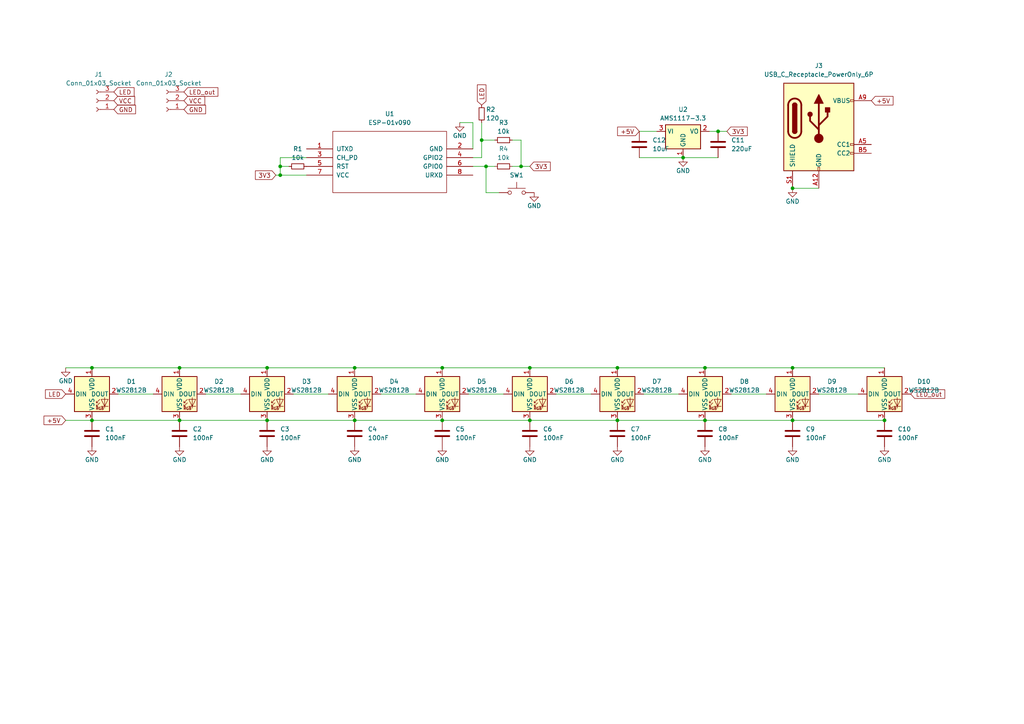
<source format=kicad_sch>
(kicad_sch (version 20230121) (generator eeschema)
  (paper "A4")
  (lib_symbols
    (symbol "Connector:Conn_01x03_Socket" (pin_names (offset 1.016) hide)
      (property "Reference" "J" (at 0 5.08 0))
      (property "Value" "Conn_01x03_Socket" (at 0 -5.08 0))
      (symbol "Conn_01x03_Socket_1_1"
        (arc (start 0 -2.032) (mid -0.5058 -2.54) (end 0 -3.048) (stroke (width 0.1524)))
        (polyline (pts (xy -1.27 -2.54) (xy -0.508 -2.54)) (stroke (width 0.1524)))
        (polyline (pts (xy -1.27 0) (xy -0.508 0)) (stroke (width 0.1524)))
        (polyline (pts (xy -1.27 2.54) (xy -0.508 2.54)) (stroke (width 0.1524)))
        (arc (start 0 0.508) (mid -0.5058 0) (end 0 -0.508) (stroke (width 0.1524)))
        (arc (start 0 3.048) (mid -0.5058 2.54) (end 0 2.032) (stroke (width 0.1524)))
        (pin passive line (at -5.08 2.54 0) (length 3.81) (name "Pin_1") (number "1"))
        (pin passive line (at -5.08 0 0) (length 3.81) (name "Pin_2") (number "2"))
        (pin passive line (at -5.08 -2.54 0) (length 3.81) (name "Pin_3") (number "3"))
      )
    )
    (symbol "Connector:USB_C_Receptacle_PowerOnly_6P" (pin_names (offset 1.016))
      (property "Reference" "J" (at 0 16.51 0))
      (property "Value" "USB_C_Receptacle_PowerOnly_6P" (at 0 13.97 0))
      (symbol "USB_C_Receptacle_PowerOnly_6P_0_0"
        (rectangle (start -0.254 -12.7) (end 0.254 -11.684))
        (rectangle (start 10.16 -7.366) (end 9.144 -7.874))
        (rectangle (start 10.16 -4.826) (end 9.144 -5.334))
        (rectangle (start 10.16 7.874) (end 9.144 7.366))
      )
      (symbol "USB_C_Receptacle_PowerOnly_6P_0_1"
        (rectangle (start -10.16 12.7) (end 10.16 -12.7) (stroke (width 0.254)) (fill (type background)))
        (arc (start -8.89 -1.27) (mid -6.985 -3.1667) (end -5.08 -1.27) (stroke (width 0.508)))
        (arc (start -7.62 -1.27) (mid -6.985 -1.9023) (end -6.35 -1.27) (stroke (width 0.254)))
        (arc (start -7.62 -1.27) (mid -6.985 -1.9023) (end -6.35 -1.27) (stroke (width 0.254)) (fill (type outline)))
        (rectangle (start -7.62 -1.27) (end -6.35 6.35) (stroke (width 0.254)) (fill (type outline)))
        (arc (start -6.35 6.35) (mid -6.985 6.9823) (end -7.62 6.35) (stroke (width 0.254)))
        (arc (start -6.35 6.35) (mid -6.985 6.9823) (end -7.62 6.35) (stroke (width 0.254)) (fill (type outline)))
        (arc (start -5.08 6.35) (mid -6.985 8.2467) (end -8.89 6.35) (stroke (width 0.508)))
        (circle (center -2.54 3.683) (radius 0.635) (stroke (width 0.254)) (fill (type outline)))
        (circle (center 0 -3.302) (radius 1.27) (fill (type outline)))
        (polyline (pts (xy -8.89 -1.27) (xy -8.89 6.35)) (stroke (width 0.508)))
        (polyline (pts (xy -5.08 6.35) (xy -5.08 -1.27)) (stroke (width 0.508)))
        (polyline (pts (xy 0 -3.302) (xy 0 6.858)) (stroke (width 0.508)))
        (polyline (pts (xy 0 -0.762) (xy -2.54 1.778) (xy -2.54 3.048)) (stroke (width 0.508)))
        (polyline (pts (xy 0 0.508) (xy 2.54 3.048) (xy 2.54 4.318)) (stroke (width 0.508)))
        (polyline (pts (xy -1.27 6.858) (xy 0 9.398) (xy 1.27 6.858) (xy -1.27 6.858)) (stroke (width 0.254)) (fill (type outline)))
        (rectangle (start 1.905 4.318) (end 3.175 5.588) (stroke (width 0.254)) (fill (type outline)))
      )
      (symbol "USB_C_Receptacle_PowerOnly_6P_1_1"
        (pin passive line (at 0 -17.78 90) (length 5.08) (name "GND") (number "A12"))
        (pin bidirectional line (at 15.24 -5.08 180) (length 5.08) (name "CC1") (number "A5"))
        (pin passive line (at 15.24 7.62 180) (length 5.08) (name "VBUS") (number "A9"))
        (pin passive line (at 0 -17.78 90) (length 5.08) hide (name "GND") (number "B12"))
        (pin bidirectional line (at 15.24 -7.62 180) (length 5.08) (name "CC2") (number "B5"))
        (pin passive line (at 15.24 7.62 180) (length 5.08) hide (name "VBUS") (number "B9"))
        (pin passive line (at -7.62 -17.78 90) (length 5.08) (name "SHIELD") (number "S1"))
      )
    )
    (symbol "Device:C" (pin_numbers hide) (pin_names (offset 0.254))
      (property "Reference" "C" (at 0.635 2.54 0))
      (property "Value" "C" (at 0.635 -2.54 0))
      (symbol "C_0_1"
        (polyline (pts (xy -2.032 -0.762) (xy 2.032 -0.762)) (stroke (width 0.508)))
        (polyline (pts (xy -2.032 0.762) (xy 2.032 0.762)) (stroke (width 0.508)))
      )
      (symbol "C_1_1"
        (pin passive line (at 0 3.81 270) (length 2.794) (name "~") (number "1"))
        (pin passive line (at 0 -3.81 90) (length 2.794) (name "~") (number "2"))
      )
    )
    (symbol "Device:R_Small" (pin_numbers hide) (pin_names (offset 0.254) hide)
      (property "Reference" "R" (at 0.762 0.508 0))
      (property "Value" "R_Small" (at 0.762 -1.016 0))
      (symbol "R_Small_0_1"
        (rectangle (start -0.762 1.778) (end 0.762 -1.778) (stroke (width 0.2032)))
      )
      (symbol "R_Small_1_1"
        (pin passive line (at 0 2.54 270) (length 0.762) (name "~") (number "1"))
        (pin passive line (at 0 -2.54 90) (length 0.762) (name "~") (number "2"))
      )
    )
    (symbol "ESP8266:ESP-01v090" (pin_names (offset 1.016))
      (property "Reference" "U" (at 0 -2.54 0))
      (property "Value" "ESP-01v090" (at 0 2.54 0))
      (symbol "ESP-01v090_1_0"
        (rectangle (start -16.51 -8.89) (end 16.51 8.89))
      )
      (symbol "ESP-01v090_1_1"
        (pin output line (at -24.13 3.81 0) (length 7.62) (name "UTXD") (number "1"))
        (pin power_in line (at 24.13 3.81 180) (length 7.62) (name "GND") (number "2"))
        (pin input line (at -24.13 1.27 0) (length 7.62) (name "CH_PD") (number "3"))
        (pin tri_state line (at 24.13 1.27 180) (length 7.62) (name "GPIO2") (number "4"))
        (pin input line (at -24.13 -1.27 0) (length 7.62) (name "RST") (number "5"))
        (pin tri_state line (at 24.13 -1.27 180) (length 7.62) (name "GPIO0") (number "6"))
        (pin power_in line (at -24.13 -3.81 0) (length 7.62) (name "VCC") (number "7"))
        (pin input line (at 24.13 -3.81 180) (length 7.62) (name "URXD") (number "8"))
      )
    )
    (symbol "LED:WS2812B" (pin_names (offset 0.254))
      (property "Reference" "D" (at 5.08 5.715 0))
      (property "Value" "WS2812B" (at 1.27 -5.715 0))
      (symbol "WS2812B_0_0"
        (text "RGB" (at 2.286 -4.191 0) (effects (font (size 0.762 0.762))))
      )
      (symbol "WS2812B_0_1"
        (polyline (pts (xy 1.27 -3.556) (xy 1.778 -3.556)))
        (polyline (pts (xy 1.27 -2.54) (xy 1.778 -2.54)))
        (polyline (pts (xy 4.699 -3.556) (xy 2.667 -3.556)))
        (polyline (pts (xy 2.286 -2.54) (xy 1.27 -3.556) (xy 1.27 -3.048)))
        (polyline (pts (xy 2.286 -1.524) (xy 1.27 -2.54) (xy 1.27 -2.032)))
        (polyline (pts (xy 3.683 -1.016) (xy 3.683 -3.556) (xy 3.683 -4.064)))
        (polyline (pts (xy 4.699 -1.524) (xy 2.667 -1.524) (xy 3.683 -3.556) (xy 4.699 -1.524)))
        (rectangle (start 5.08 5.08) (end -5.08 -5.08) (stroke (width 0.254)) (fill (type background)))
      )
      (symbol "WS2812B_1_1"
        (pin power_in line (at 0 7.62 270) (length 2.54) (name "VDD") (number "1"))
        (pin output line (at 7.62 0 180) (length 2.54) (name "DOUT") (number "2"))
        (pin power_in line (at 0 -7.62 90) (length 2.54) (name "VSS") (number "3"))
        (pin input line (at -7.62 0 0) (length 2.54) (name "DIN") (number "4"))
      )
    )
    (symbol "Regulator_Linear:AMS1117-3.3"
      (property "Reference" "U" (at -3.81 3.175 0))
      (property "Value" "AMS1117-3.3" (at 0 3.175 0))
      (symbol "AMS1117-3.3_0_1"
        (rectangle (start -5.08 -5.08) (end 5.08 1.905) (stroke (width 0.254)) (fill (type background)))
      )
      (symbol "AMS1117-3.3_1_1"
        (pin power_in line (at 0 -7.62 90) (length 2.54) (name "GND") (number "1"))
        (pin power_out line (at 7.62 0 180) (length 2.54) (name "VO") (number "2"))
        (pin power_in line (at -7.62 0 0) (length 2.54) (name "VI") (number "3"))
      )
    )
    (symbol "Switch:SW_Push" (pin_numbers hide) (pin_names (offset 1.016) hide)
      (property "Reference" "SW" (at 1.27 2.54 0))
      (property "Value" "SW_Push" (at 0 -1.524 0))
      (symbol "SW_Push_0_1"
        (circle (center -2.032 0) (radius 0.508))
        (polyline (pts (xy 0 1.27) (xy 0 3.048)))
        (polyline (pts (xy 2.54 1.27) (xy -2.54 1.27)))
        (circle (center 2.032 0) (radius 0.508))
        (pin passive line (at -5.08 0 0) (length 2.54) (name "1") (number "1"))
        (pin passive line (at 5.08 0 180) (length 2.54) (name "2") (number "2"))
      )
    )
    (symbol "power:GND" (power) (pin_names (offset 0))
      (property "Value" "GND" (at 0 -3.81 0))
      (symbol "GND_0_1"
        (polyline (pts (xy 0 0) (xy 0 -1.27) (xy 1.27 -1.27) (xy 0 -2.54) (xy -1.27 -1.27) (xy 0 -1.27)))
      )
      (symbol "GND_1_1"
        (pin power_in line (at 0 0 270) (length 0) hide (name "GND") (number "1"))
      )
    )
  )
  (junction (at 52.07 106.68))
  (junction (at 81.28 50.8))
  (junction (at 153.67 106.68))
  (junction (at 179.07 121.92))
  (junction (at 81.28 48.26))
  (junction (at 151.13 48.26))
  (junction (at 102.87 106.68))
  (junction (at 229.87 106.68))
  (junction (at 179.07 106.68))
  (junction (at 128.27 106.68))
  (junction (at 52.07 121.92))
  (junction (at 77.47 121.92))
  (junction (at 208.28 38.1))
  (junction (at 26.67 121.92))
  (junction (at 198.12 45.72))
  (junction (at 204.47 121.92))
  (junction (at 26.67 106.68))
  (junction (at 77.47 106.68))
  (junction (at 229.87 54.61))
  (junction (at 139.7 40.64))
  (junction (at 204.47 106.68))
  (junction (at 102.87 121.92))
  (junction (at 128.27 121.92))
  (junction (at 256.54 121.92))
  (junction (at 229.87 121.92))
  (junction (at 140.97 48.26))
  (junction (at 153.67 121.92))
  (wire (pts (xy 26.67 106.68) (xy 52.07 106.68)))
  (wire (pts (xy 34.29 114.3) (xy 44.45 114.3)))
  (wire (pts (xy 151.13 48.26) (xy 153.67 48.26)))
  (wire (pts (xy 148.59 40.64) (xy 151.13 40.64)))
  (wire (pts (xy 102.87 106.68) (xy 128.27 106.68)))
  (wire (pts (xy 153.67 121.92) (xy 179.07 121.92)))
  (wire (pts (xy 81.28 48.26) (xy 83.82 48.26)))
  (wire (pts (xy 77.47 106.68) (xy 102.87 106.68)))
  (wire (pts (xy 139.7 45.72) (xy 137.16 45.72)))
  (wire (pts (xy 137.16 35.56) (xy 137.16 43.18)))
  (wire (pts (xy 139.7 40.64) (xy 143.51 40.64)))
  (wire (pts (xy 212.09 114.3) (xy 222.25 114.3)))
  (wire (pts (xy 128.27 121.92) (xy 153.67 121.92)))
  (wire (pts (xy 204.47 121.92) (xy 229.87 121.92)))
  (wire (pts (xy 229.87 121.92) (xy 256.54 121.92)))
  (wire (pts (xy 186.69 114.3) (xy 196.85 114.3)))
  (wire (pts (xy 153.67 106.68) (xy 179.07 106.68)))
  (wire (pts (xy 135.89 114.3) (xy 146.05 114.3)))
  (wire (pts (xy 110.49 114.3) (xy 120.65 114.3)))
  (wire (pts (xy 102.87 121.92) (xy 128.27 121.92)))
  (wire (pts (xy 210.82 38.1) (xy 208.28 38.1)))
  (wire (pts (xy 151.13 48.26) (xy 148.59 48.26)))
  (wire (pts (xy 140.97 55.88) (xy 144.78 55.88)))
  (wire (pts (xy 77.47 121.92) (xy 102.87 121.92)))
  (wire (pts (xy 139.7 35.56) (xy 139.7 40.64)))
  (wire (pts (xy 81.28 45.72) (xy 88.9 45.72)))
  (wire (pts (xy 139.7 40.64) (xy 139.7 45.72)))
  (wire (pts (xy 19.05 106.68) (xy 26.67 106.68)))
  (wire (pts (xy 52.07 121.92) (xy 77.47 121.92)))
  (wire (pts (xy 161.29 114.3) (xy 171.45 114.3)))
  (wire (pts (xy 81.28 50.8) (xy 88.9 50.8)))
  (wire (pts (xy 204.47 106.68) (xy 229.87 106.68)))
  (wire (pts (xy 237.49 114.3) (xy 248.92 114.3)))
  (wire (pts (xy 140.97 48.26) (xy 143.51 48.26)))
  (wire (pts (xy 81.28 48.26) (xy 81.28 45.72)))
  (wire (pts (xy 179.07 106.68) (xy 204.47 106.68)))
  (wire (pts (xy 128.27 106.68) (xy 153.67 106.68)))
  (wire (pts (xy 140.97 48.26) (xy 140.97 55.88)))
  (wire (pts (xy 151.13 40.64) (xy 151.13 48.26)))
  (wire (pts (xy 185.42 38.1) (xy 190.5 38.1)))
  (wire (pts (xy 133.35 35.56) (xy 137.16 35.56)))
  (wire (pts (xy 80.01 50.8) (xy 81.28 50.8)))
  (wire (pts (xy 81.28 50.8) (xy 81.28 48.26)))
  (wire (pts (xy 19.05 121.92) (xy 26.67 121.92)))
  (wire (pts (xy 229.87 54.61) (xy 237.49 54.61)))
  (wire (pts (xy 185.42 45.72) (xy 198.12 45.72)))
  (wire (pts (xy 59.69 114.3) (xy 69.85 114.3)))
  (wire (pts (xy 85.09 114.3) (xy 95.25 114.3)))
  (wire (pts (xy 179.07 121.92) (xy 204.47 121.92)))
  (wire (pts (xy 208.28 38.1) (xy 205.74 38.1)))
  (wire (pts (xy 229.87 106.68) (xy 256.54 106.68)))
  (wire (pts (xy 198.12 45.72) (xy 208.28 45.72)))
  (wire (pts (xy 26.67 121.92) (xy 52.07 121.92)))
  (wire (pts (xy 52.07 106.68) (xy 77.47 106.68)))
  (wire (pts (xy 137.16 48.26) (xy 140.97 48.26)))
  (global_label "VCC" (shape input) (at 33.02 29.21 0) (property "Intersheetrefs" "${INTERSHEET_REFS}" (effects hide)))
  (global_label "GND" (shape input) (at 53.34 31.75 0) (property "Intersheetrefs" "${INTERSHEET_REFS}" (effects hide)))
  (global_label "3V3" (shape input) (at 153.67 48.26 0) (property "Intersheetrefs" "${INTERSHEET_REFS}" (effects hide)))
  (global_label "LED" (shape input) (at 33.02 26.67 0) (property "Intersheetrefs" "${INTERSHEET_REFS}" (effects hide)))
  (global_label "3V3" (shape input) (at 80.01 50.8 180) (property "Intersheetrefs" "${INTERSHEET_REFS}" (effects hide)))
  (global_label "GND" (shape input) (at 33.02 31.75 0) (property "Intersheetrefs" "${INTERSHEET_REFS}" (effects hide)))
  (global_label "LED_out" (shape input) (at 53.34 26.67 0) (property "Intersheetrefs" "${INTERSHEET_REFS}" (effects hide)))
  (global_label "+5V" (shape input) (at 19.05 121.92 180) (property "Intersheetrefs" "${INTERSHEET_REFS}" (effects hide)))
  (global_label "LED" (shape input) (at 19.05 114.3 180) (property "Intersheetrefs" "${INTERSHEET_REFS}" (effects hide)))
  (global_label "LED_out" (shape input) (at 264.16 114.3 0) (property "Intersheetrefs" "${INTERSHEET_REFS}" (effects hide)))
  (global_label "+5V" (shape input) (at 252.73 29.21 0) (property "Intersheetrefs" "${INTERSHEET_REFS}" (effects hide)))
  (global_label "3V3" (shape input) (at 210.82 38.1 0) (property "Intersheetrefs" "${INTERSHEET_REFS}" (effects hide)))
  (global_label "+5V" (shape input) (at 185.42 38.1 180) (property "Intersheetrefs" "${INTERSHEET_REFS}" (effects hide)))
  (global_label "VCC" (shape input) (at 53.34 29.21 0) (property "Intersheetrefs" "${INTERSHEET_REFS}" (effects hide)))
  (global_label "LED" (shape input) (at 139.7 30.48 90) (property "Intersheetrefs" "${INTERSHEET_REFS}" (effects hide)))
  (symbol (lib_id "power:GND") (at 256.54 129.54 0) (unit 1)
    (property "Reference" "#PWR012" (effects hide))
    (property "Value" "GND" (at 256.54 133.35 0))
  )
  (symbol (lib_id "power:GND") (at 153.67 129.54 0) (unit 1)
    (property "Reference" "#PWR08" (effects hide))
    (property "Value" "GND" (at 153.67 133.35 0))
  )
  (symbol (lib_id "power:GND") (at 128.27 129.54 0) (unit 1)
    (property "Reference" "#PWR07" (effects hide))
    (property "Value" "GND" (at 128.27 133.35 0))
  )
  (symbol (lib_id "Device:C") (at 52.07 125.73 0) (unit 1)
    (property "Reference" "C2" (at 55.88 124.46 0) (effects (justify left)))
    (property "Value" "100nF" (at 55.88 127 0) (effects (justify left)))
    (property "Footprint" "C0805" (effects hide))
  )
  (symbol (lib_id "LED:WS2812B") (at 102.87 114.3 0) (unit 1)
    (property "Reference" "D4" (at 114.3 110.6521 0))
    (property "Value" "WS2812B" (at 114.3 113.1921 0))
    (property "Footprint" "LED_SMD:LED_WS2812B_PLCC4_5.0x5.0mm_P3.2mm" (effects hide))
    (property "Datasheet" "https://cdn-shop.adafruit.com/datasheets/WS2812B.pdf" (effects hide))
  )
  (symbol (lib_id "ESP8266:ESP-01v090") (at 113.03 46.99 0) (unit 1)
    (property "Reference" "U1" (at 113.03 33.02 0))
    (property "Value" "ESP-01v090" (at 113.03 35.56 0))
    (property "Datasheet" "http://l0l.org.uk/2014/12/esp8266-modules-hardware-guide-gotta-catch-em-all/" (effects hide))
  )
  (symbol (lib_id "Device:C") (at 128.27 125.73 0) (unit 1)
    (property "Reference" "C5" (at 132.08 124.46 0) (effects (justify left)))
    (property "Value" "100nF" (at 132.08 127 0) (effects (justify left)))
    (property "Footprint" "C0805" (effects hide))
  )
  (symbol (lib_id "power:GND") (at 26.67 129.54 0) (unit 1)
    (property "Reference" "#PWR03" (effects hide))
    (property "Value" "GND" (at 26.67 133.35 0))
  )
  (symbol (lib_id "LED:WS2812B") (at 204.47 114.3 0) (unit 1)
    (property "Reference" "D8" (at 215.9 110.6521 0))
    (property "Value" "WS2812B" (at 215.9 113.1921 0))
    (property "Footprint" "LED_SMD:LED_WS2812B_PLCC4_5.0x5.0mm_P3.2mm" (effects hide))
    (property "Datasheet" "https://cdn-shop.adafruit.com/datasheets/WS2812B.pdf" (effects hide))
  )
  (symbol (lib_id "LED:WS2812B") (at 256.54 114.3 0) (unit 1)
    (property "Reference" "D10" (at 267.97 110.6521 0))
    (property "Value" "WS2812B" (at 267.97 113.1921 0))
    (property "Footprint" "LED_SMD:LED_WS2812B_PLCC4_5.0x5.0mm_P3.2mm" (effects hide))
    (property "Datasheet" "https://cdn-shop.adafruit.com/datasheets/WS2812B.pdf" (effects hide))
  )
  (symbol (lib_id "Device:C") (at 26.67 125.73 0) (unit 1)
    (property "Reference" "C1" (at 30.48 124.46 0) (effects (justify left)))
    (property "Value" "100nF" (at 30.48 127 0) (effects (justify left)))
    (property "Footprint" "C0805" (effects hide))
  )
  (symbol (lib_id "power:GND") (at 19.05 106.68 0) (unit 1)
    (property "Reference" "#PWR02" (effects hide))
    (property "Value" "GND" (at 19.05 110.49 0))
  )
  (symbol (lib_id "Device:R_Small") (at 146.05 40.64 90) (unit 1)
    (property "Reference" "R3" (at 146.05 35.56 90))
    (property "Value" "10k" (at 146.05 38.1 90))
    (property "Footprint" "0805" (effects hide))
  )
  (symbol (lib_id "power:GND") (at 52.07 129.54 0) (unit 1)
    (property "Reference" "#PWR04" (effects hide))
    (property "Value" "GND" (at 52.07 133.35 0))
  )
  (symbol (lib_id "power:GND") (at 179.07 129.54 0) (unit 1)
    (property "Reference" "#PWR09" (effects hide))
    (property "Value" "GND" (at 179.07 133.35 0))
  )
  (symbol (lib_id "Device:C") (at 229.87 125.73 0) (unit 1)
    (property "Reference" "C9" (at 233.68 124.46 0) (effects (justify left)))
    (property "Value" "100nF" (at 233.68 127 0) (effects (justify left)))
    (property "Footprint" "C0805" (effects hide))
  )
  (symbol (lib_id "Device:C") (at 77.47 125.73 0) (unit 1)
    (property "Reference" "C3" (at 81.28 124.46 0) (effects (justify left)))
    (property "Value" "100nF" (at 81.28 127 0) (effects (justify left)))
    (property "Footprint" "C0805" (effects hide))
  )
  (symbol (lib_id "Device:C") (at 102.87 125.73 0) (unit 1)
    (property "Reference" "C4" (at 106.68 124.46 0) (effects (justify left)))
    (property "Value" "100nF" (at 106.68 127 0) (effects (justify left)))
    (property "Footprint" "C0805" (effects hide))
  )
  (symbol (lib_id "power:GND") (at 204.47 129.54 0) (unit 1)
    (property "Reference" "#PWR010" (effects hide))
    (property "Value" "GND" (at 204.47 133.35 0))
  )
  (symbol (lib_id "LED:WS2812B") (at 52.07 114.3 0) (unit 1)
    (property "Reference" "D2" (at 63.5 110.6521 0))
    (property "Value" "WS2812B" (at 63.5 113.1921 0))
    (property "Footprint" "LED_SMD:LED_WS2812B_PLCC4_5.0x5.0mm_P3.2mm" (effects hide))
    (property "Datasheet" "https://cdn-shop.adafruit.com/datasheets/WS2812B.pdf" (effects hide))
  )
  (symbol (lib_id "Regulator_Linear:AMS1117-3.3") (at 198.12 38.1 0) (unit 1)
    (property "Reference" "U2" (at 198.12 31.75 0))
    (property "Value" "AMS1117-3.3" (at 198.12 34.29 0))
    (property "Footprint" "Package_TO_SOT_SMD:SOT-223-3_TabPin2" (effects hide))
    (property "Datasheet" "http://www.advanced-monolithic.com/pdf/ds1117.pdf" (effects hide))
  )
  (symbol (lib_id "LED:WS2812B") (at 26.67 114.3 0) (unit 1)
    (property "Reference" "D1" (at 38.1 110.6521 0))
    (property "Value" "WS2812B" (at 38.1 113.1921 0))
    (property "Footprint" "LED_SMD:LED_WS2812B_PLCC4_5.0x5.0mm_P3.2mm" (effects hide))
    (property "Datasheet" "https://cdn-shop.adafruit.com/datasheets/WS2812B.pdf" (effects hide))
  )
  (symbol (lib_id "power:GND") (at 154.94 55.88 0) (unit 1)
    (property "Reference" "#PWR013" (effects hide))
    (property "Value" "GND" (at 154.94 59.69 0))
  )
  (symbol (lib_id "LED:WS2812B") (at 77.47 114.3 0) (unit 1)
    (property "Reference" "D3" (at 88.9 110.6521 0))
    (property "Value" "WS2812B" (at 88.9 113.1921 0))
    (property "Footprint" "LED_SMD:LED_WS2812B_PLCC4_5.0x5.0mm_P3.2mm" (effects hide))
    (property "Datasheet" "https://cdn-shop.adafruit.com/datasheets/WS2812B.pdf" (effects hide))
  )
  (symbol (lib_id "Device:C") (at 208.28 41.91 0) (unit 1)
    (property "Reference" "C11" (at 212.09 40.64 0) (effects (justify left)))
    (property "Value" "220uF" (at 212.09 43.18 0) (effects (justify left)))
    (property "Footprint" "C0805" (effects hide))
  )
  (symbol (lib_id "LED:WS2812B") (at 128.27 114.3 0) (unit 1)
    (property "Reference" "D5" (at 139.7 110.6521 0))
    (property "Value" "WS2812B" (at 139.7 113.1921 0))
    (property "Footprint" "LED_SMD:LED_WS2812B_PLCC4_5.0x5.0mm_P3.2mm" (effects hide))
    (property "Datasheet" "https://cdn-shop.adafruit.com/datasheets/WS2812B.pdf" (effects hide))
  )
  (symbol (lib_id "Connector:Conn_01x03_Socket") (at 27.94 29.21 180) (unit 1)
    (property "Reference" "J1" (at 28.575 21.59 0))
    (property "Value" "Conn_01x03_Socket" (at 28.575 24.13 0))
  )
  (symbol (lib_id "power:GND") (at 102.87 129.54 0) (unit 1)
    (property "Reference" "#PWR06" (effects hide))
    (property "Value" "GND" (at 102.87 133.35 0))
  )
  (symbol (lib_id "Switch:SW_Push") (at 149.86 55.88 0) (unit 1)
    (property "Reference" "SW1" (at 149.86 50.8 0))
    (property "Value" "~" (at 149.86 50.8 0))
  )
  (symbol (lib_id "power:GND") (at 198.12 45.72 0) (unit 1)
    (property "Reference" "#PWR014" (effects hide))
    (property "Value" "GND" (at 198.12 49.53 0))
  )
  (symbol (lib_id "power:GND") (at 229.87 54.61 0) (unit 1)
    (property "Reference" "#PWR015" (effects hide))
    (property "Value" "GND" (at 229.87 58.42 0))
  )
  (symbol (lib_id "power:GND") (at 77.47 129.54 0) (unit 1)
    (property "Reference" "#PWR05" (effects hide))
    (property "Value" "GND" (at 77.47 133.35 0))
  )
  (symbol (lib_id "Device:C") (at 256.54 125.73 0) (unit 1)
    (property "Reference" "C10" (at 260.35 124.46 0) (effects (justify left)))
    (property "Value" "100nF" (at 260.35 127 0) (effects (justify left)))
    (property "Footprint" "C0805" (effects hide))
  )
  (symbol (lib_id "Device:R_Small") (at 139.7 33.02 180) (unit 1)
    (property "Reference" "R2" (at 140.97 31.75 0) (effects (justify right)))
    (property "Value" "120" (at 140.97 34.29 0) (effects (justify right)))
    (property "Footprint" "0805" (effects hide))
  )
  (symbol (lib_id "LED:WS2812B") (at 179.07 114.3 0) (unit 1)
    (property "Reference" "D7" (at 190.5 110.6521 0))
    (property "Value" "WS2812B" (at 190.5 113.1921 0))
    (property "Footprint" "LED_SMD:LED_WS2812B_PLCC4_5.0x5.0mm_P3.2mm" (effects hide))
    (property "Datasheet" "https://cdn-shop.adafruit.com/datasheets/WS2812B.pdf" (effects hide))
  )
  (symbol (lib_id "Device:C") (at 204.47 125.73 0) (unit 1)
    (property "Reference" "C8" (at 208.28 124.46 0) (effects (justify left)))
    (property "Value" "100nF" (at 208.28 127 0) (effects (justify left)))
    (property "Footprint" "C0805" (effects hide))
  )
  (symbol (lib_id "LED:WS2812B") (at 229.87 114.3 0) (unit 1)
    (property "Reference" "D9" (at 241.3 110.6521 0))
    (property "Value" "WS2812B" (at 241.3 113.1921 0))
    (property "Footprint" "LED_SMD:LED_WS2812B_PLCC4_5.0x5.0mm_P3.2mm" (effects hide))
    (property "Datasheet" "https://cdn-shop.adafruit.com/datasheets/WS2812B.pdf" (effects hide))
  )
  (symbol (lib_id "Device:R_Small") (at 86.36 48.26 90) (unit 1)
    (property "Reference" "R1" (at 86.36 43.18 90))
    (property "Value" "10k" (at 86.36 45.72 90))
    (property "Footprint" "0805" (effects hide))
  )
  (symbol (lib_id "Device:C") (at 153.67 125.73 0) (unit 1)
    (property "Reference" "C6" (at 157.48 124.46 0) (effects (justify left)))
    (property "Value" "100nF" (at 157.48 127 0) (effects (justify left)))
    (property "Footprint" "C0805" (effects hide))
  )
  (symbol (lib_id "Connector:USB_C_Receptacle_PowerOnly_6P") (at 237.49 36.83 0) (unit 1)
    (property "Reference" "J3" (at 237.49 19.05 0))
    (property "Value" "USB_C_Receptacle_PowerOnly_6P" (at 237.49 21.59 0))
    (property "Datasheet" "https://www.usb.org/sites/default/files/documents/usb_type-c.zip" (effects hide))
  )
  (symbol (lib_id "Device:R_Small") (at 146.05 48.26 90) (unit 1)
    (property "Reference" "R4" (at 146.05 43.18 90))
    (property "Value" "10k" (at 146.05 45.72 90))
    (property "Footprint" "0805" (effects hide))
  )
  (symbol (lib_id "Device:C") (at 179.07 125.73 0) (unit 1)
    (property "Reference" "C7" (at 182.88 124.46 0) (effects (justify left)))
    (property "Value" "100nF" (at 182.88 127 0) (effects (justify left)))
    (property "Footprint" "C0805" (effects hide))
  )
  (symbol (lib_id "power:GND") (at 133.35 35.56 0) (unit 1)
    (property "Reference" "#PWR01" (effects hide))
    (property "Value" "GND" (at 133.35 39.37 0))
  )
  (symbol (lib_id "power:GND") (at 229.87 129.54 0) (unit 1)
    (property "Reference" "#PWR011" (effects hide))
    (property "Value" "GND" (at 229.87 133.35 0))
  )
  (symbol (lib_id "Connector:Conn_01x03_Socket") (at 48.26 29.21 180) (unit 1)
    (property "Reference" "J2" (at 48.895 21.59 0))
    (property "Value" "Conn_01x03_Socket" (at 48.895 24.13 0))
  )
  (symbol (lib_id "Device:C") (at 185.42 41.91 0) (unit 1)
    (property "Reference" "C12" (at 189.23 40.64 0) (effects (justify left)))
    (property "Value" "10uF" (at 189.23 43.18 0) (effects (justify left)))
    (property "Footprint" "C0805" (effects hide))
  )
  (symbol (lib_id "LED:WS2812B") (at 153.67 114.3 0) (unit 1)
    (property "Reference" "D6" (at 165.1 110.6521 0))
    (property "Value" "WS2812B" (at 165.1 113.1921 0))
    (property "Footprint" "LED_SMD:LED_WS2812B_PLCC4_5.0x5.0mm_P3.2mm" (effects hide))
    (property "Datasheet" "https://cdn-shop.adafruit.com/datasheets/WS2812B.pdf" (effects hide))
  )
)
</source>
